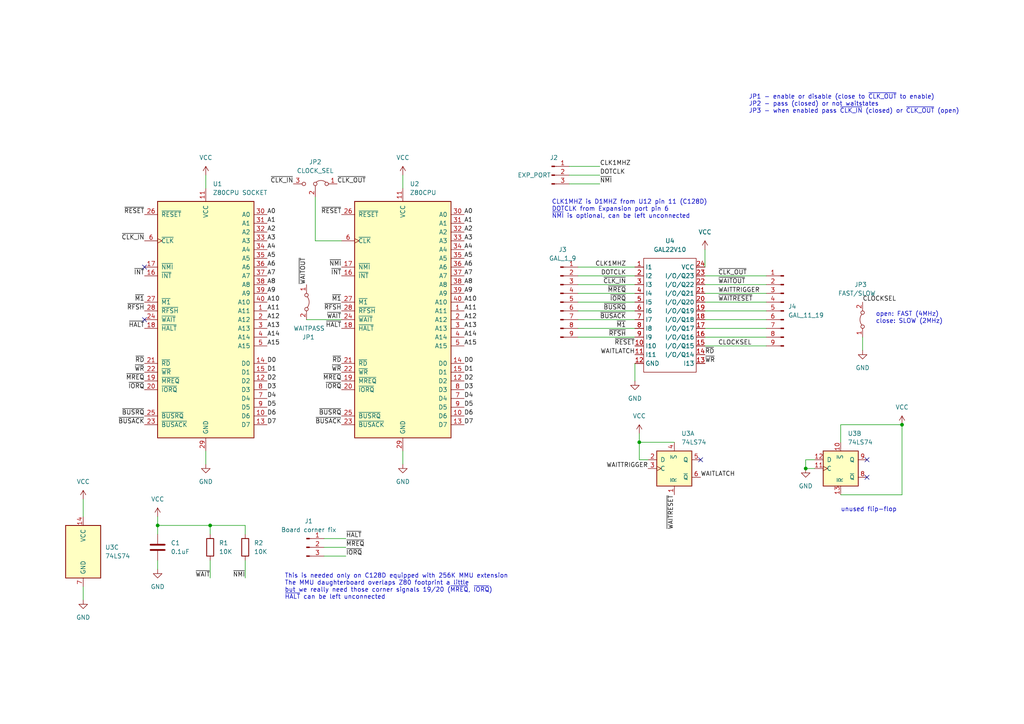
<source format=kicad_sch>
(kicad_sch (version 20211123) (generator eeschema)
  (paper "A4")
  (title_block (title "C128 Z80 at 8MHz") (date "2024-06-01") (rev "2") (company "YTM Enterprises") (comment 1 "Maciej <ytm@elysium.pl> Witkowiak"))
  (lib_symbols
    (symbol "74xx:74LS74" (pin_names (offset 1.016))
      (property "Reference" "U" (at -7.62 8.89 0))
      (property "Value" "74LS74" (at -7.62 -8.89 0))
      (symbol "74LS74_1_0"
        (pin input line (at 0 -7.62 90) (length 2.54) (name "~{R}") (number "1"))
        (pin input line (at -7.62 2.54 0) (length 2.54) (name "D") (number "2"))
        (pin input clock (at -7.62 0 0) (length 2.54) (name "C") (number "3"))
        (pin input line (at 0 7.62 270) (length 2.54) (name "~{S}") (number "4"))
        (pin output line (at 7.62 2.54 180) (length 2.54) (name "Q") (number "5"))
        (pin output line (at 7.62 -2.54 180) (length 2.54) (name "~{Q}") (number "6"))
      )
      (symbol "74LS74_1_1"
        (rectangle (start -5.08 5.08) (end 5.08 -5.08) (stroke (width 0.254)) (fill (type background)))
      )
      (symbol "74LS74_2_0"
        (pin input line (at 0 7.62 270) (length 2.54) (name "~{S}") (number "10"))
        (pin input clock (at -7.62 0 0) (length 2.54) (name "C") (number "11"))
        (pin input line (at -7.62 2.54 0) (length 2.54) (name "D") (number "12"))
        (pin input line (at 0 -7.62 90) (length 2.54) (name "~{R}") (number "13"))
        (pin output line (at 7.62 -2.54 180) (length 2.54) (name "~{Q}") (number "8"))
        (pin output line (at 7.62 2.54 180) (length 2.54) (name "Q") (number "9"))
      )
      (symbol "74LS74_2_1"
        (rectangle (start -5.08 5.08) (end 5.08 -5.08) (stroke (width 0.254)) (fill (type background)))
      )
      (symbol "74LS74_3_0"
        (pin power_in line (at 0 10.16 270) (length 2.54) (name "VCC") (number "14"))
        (pin power_in line (at 0 -10.16 90) (length 2.54) (name "GND") (number "7"))
      )
      (symbol "74LS74_3_1"
        (rectangle (start -5.08 7.62) (end 5.08 -7.62) (stroke (width 0.254)) (fill (type background)))
      )
    )
    (symbol "C128_CHIPS:GAL22V10"
      (property "Reference" "U" (at 0 0 0))
      (property "Value" "GAL22V10" (at 2.54 -35.56 0))
      (symbol "GAL22V10_0_1"
        (rectangle (start -7.62 -1.27) (end 7.62 -34.29))
      )
      (symbol "GAL22V10_1_1"
        (pin input line (at -10.16 -3.81 0) (length 2.54) (name "I1") (number "1"))
        (pin input line (at -10.16 -26.67 0) (length 2.54) (name "I10") (number "10"))
        (pin input line (at -10.16 -29.21 0) (length 2.54) (name "I11") (number "11"))
        (pin power_in line (at -10.16 -31.75 0) (length 2.54) (name "GND") (number "12"))
        (pin input line (at 10.16 -31.75 180) (length 2.54) (name "I13") (number "13"))
        (pin bidirectional line (at 10.16 -29.21 180) (length 2.54) (name "I/O/Q14") (number "14"))
        (pin bidirectional line (at 10.16 -26.67 180) (length 2.54) (name "I/O/Q15") (number "15"))
        (pin bidirectional line (at 10.16 -24.13 180) (length 2.54) (name "I/O/Q16") (number "16"))
        (pin bidirectional line (at 10.16 -21.59 180) (length 2.54) (name "I/O/Q17") (number "17"))
        (pin bidirectional line (at 10.16 -19.05 180) (length 2.54) (name "I/O/Q18") (number "18"))
        (pin bidirectional line (at 10.16 -16.51 180) (length 2.54) (name "I/O/Q19") (number "19"))
        (pin input line (at -10.16 -6.35 0) (length 2.54) (name "I2") (number "2"))
        (pin bidirectional line (at 10.16 -13.97 180) (length 2.54) (name "I/O/Q20") (number "20"))
        (pin bidirectional line (at 10.16 -11.43 180) (length 2.54) (name "I/O/Q21") (number "21"))
        (pin bidirectional line (at 10.16 -8.89 180) (length 2.54) (name "I/O/Q22") (number "22"))
        (pin bidirectional line (at 10.16 -6.35 180) (length 2.54) (name "I/O/Q23") (number "23"))
        (pin power_in line (at 10.16 -3.81 180) (length 2.54) (name "VCC") (number "24"))
        (pin input line (at -10.16 -8.89 0) (length 2.54) (name "I3") (number "3"))
        (pin input line (at -10.16 -11.43 0) (length 2.54) (name "I4") (number "4"))
        (pin input line (at -10.16 -13.97 0) (length 2.54) (name "I5") (number "5"))
        (pin input line (at -10.16 -16.51 0) (length 2.54) (name "I6") (number "6"))
        (pin input line (at -10.16 -19.05 0) (length 2.54) (name "I7") (number "7"))
        (pin input line (at -10.16 -21.59 0) (length 2.54) (name "I8") (number "8"))
        (pin input line (at -10.16 -24.13 0) (length 2.54) (name "I9") (number "9"))
      )
    )
    (symbol "CPU:Z80CPU" (pin_names (offset 1.016))
      (property "Reference" "U" (at -13.97 35.56 0))
      (property "Value" "Z80CPU" (at 6.35 35.56 0))
      (symbol "Z80CPU_0_1"
        (rectangle (start -13.97 34.29) (end 13.97 -34.29) (stroke (width 0.254)) (fill (type background)))
      )
      (symbol "Z80CPU_1_1"
        (pin output line (at 17.78 2.54 180) (length 3.81) (name "A11") (number "1"))
        (pin bidirectional line (at 17.78 -27.94 180) (length 3.81) (name "D6") (number "10"))
        (pin power_in line (at 0 38.1 270) (length 3.81) (name "VCC") (number "11"))
        (pin bidirectional line (at 17.78 -17.78 180) (length 3.81) (name "D2") (number "12"))
        (pin bidirectional line (at 17.78 -30.48 180) (length 3.81) (name "D7") (number "13"))
        (pin bidirectional line (at 17.78 -12.7 180) (length 3.81) (name "D0") (number "14"))
        (pin bidirectional line (at 17.78 -15.24 180) (length 3.81) (name "D1") (number "15"))
        (pin input line (at -17.78 12.7 0) (length 3.81) (name "~{INT}") (number "16"))
        (pin input line (at -17.78 15.24 0) (length 3.81) (name "~{NMI}") (number "17"))
        (pin output line (at -17.78 -2.54 0) (length 3.81) (name "~{HALT}") (number "18"))
        (pin output line (at -17.78 -17.78 0) (length 3.81) (name "~{MREQ}") (number "19"))
        (pin output line (at 17.78 0 180) (length 3.81) (name "A12") (number "2"))
        (pin output line (at -17.78 -20.32 0) (length 3.81) (name "~{IORQ}") (number "20"))
        (pin output line (at -17.78 -12.7 0) (length 3.81) (name "~{RD}") (number "21"))
        (pin output line (at -17.78 -15.24 0) (length 3.81) (name "~{WR}") (number "22"))
        (pin output line (at -17.78 -30.48 0) (length 3.81) (name "~{BUSACK}") (number "23"))
        (pin input line (at -17.78 0 0) (length 3.81) (name "~{WAIT}") (number "24"))
        (pin input line (at -17.78 -27.94 0) (length 3.81) (name "~{BUSRQ}") (number "25"))
        (pin input line (at -17.78 30.48 0) (length 3.81) (name "~{RESET}") (number "26"))
        (pin output line (at -17.78 5.08 0) (length 3.81) (name "~{M1}") (number "27"))
        (pin output line (at -17.78 2.54 0) (length 3.81) (name "~{RFSH}") (number "28"))
        (pin power_in line (at 0 -38.1 90) (length 3.81) (name "GND") (number "29"))
        (pin output line (at 17.78 -2.54 180) (length 3.81) (name "A13") (number "3"))
        (pin output line (at 17.78 30.48 180) (length 3.81) (name "A0") (number "30"))
        (pin output line (at 17.78 27.94 180) (length 3.81) (name "A1") (number "31"))
        (pin output line (at 17.78 25.4 180) (length 3.81) (name "A2") (number "32"))
        (pin output line (at 17.78 22.86 180) (length 3.81) (name "A3") (number "33"))
        (pin output line (at 17.78 20.32 180) (length 3.81) (name "A4") (number "34"))
        (pin output line (at 17.78 17.78 180) (length 3.81) (name "A5") (number "35"))
        (pin output line (at 17.78 15.24 180) (length 3.81) (name "A6") (number "36"))
        (pin output line (at 17.78 12.7 180) (length 3.81) (name "A7") (number "37"))
        (pin output line (at 17.78 10.16 180) (length 3.81) (name "A8") (number "38"))
        (pin output line (at 17.78 7.62 180) (length 3.81) (name "A9") (number "39"))
        (pin output line (at 17.78 -5.08 180) (length 3.81) (name "A14") (number "4"))
        (pin output line (at 17.78 5.08 180) (length 3.81) (name "A10") (number "40"))
        (pin output line (at 17.78 -7.62 180) (length 3.81) (name "A15") (number "5"))
        (pin input clock (at -17.78 22.86 0) (length 3.81) (name "~{CLK}") (number "6"))
        (pin bidirectional line (at 17.78 -22.86 180) (length 3.81) (name "D4") (number "7"))
        (pin bidirectional line (at 17.78 -20.32 180) (length 3.81) (name "D3") (number "8"))
        (pin bidirectional line (at 17.78 -25.4 180) (length 3.81) (name "D5") (number "9"))
      )
    )
    (symbol "Connector:Conn_01x03_Male" (pin_names (offset 1.016) hide)
      (property "Reference" "J" (at 0 5.08 0))
      (property "Value" "Conn_01x03_Male" (at 0 -5.08 0))
      (symbol "Conn_01x03_Male_1_1"
        (polyline (pts (xy 1.27 -2.54) (xy 0.8636 -2.54)) (stroke (width 0.1524)))
        (polyline (pts (xy 1.27 0) (xy 0.8636 0)) (stroke (width 0.1524)))
        (polyline (pts (xy 1.27 2.54) (xy 0.8636 2.54)) (stroke (width 0.1524)))
        (rectangle (start 0.8636 -2.413) (end 0 -2.667) (stroke (width 0.1524)) (fill (type outline)))
        (rectangle (start 0.8636 0.127) (end 0 -0.127) (stroke (width 0.1524)) (fill (type outline)))
        (rectangle (start 0.8636 2.667) (end 0 2.413) (stroke (width 0.1524)) (fill (type outline)))
        (pin passive line (at 5.08 2.54 180) (length 3.81) (name "Pin_1") (number "1"))
        (pin passive line (at 5.08 0 180) (length 3.81) (name "Pin_2") (number "2"))
        (pin passive line (at 5.08 -2.54 180) (length 3.81) (name "Pin_3") (number "3"))
      )
    )
    (symbol "Connector:Conn_01x09_Male" (pin_names (offset 1.016) hide)
      (property "Reference" "J" (at 0 12.7 0))
      (property "Value" "Conn_01x09_Male" (at 0 -12.7 0))
      (symbol "Conn_01x09_Male_1_1"
        (polyline (pts (xy 1.27 -10.16) (xy 0.8636 -10.16)) (stroke (width 0.1524)))
        (polyline (pts (xy 1.27 -7.62) (xy 0.8636 -7.62)) (stroke (width 0.1524)))
        (polyline (pts (xy 1.27 -5.08) (xy 0.8636 -5.08)) (stroke (width 0.1524)))
        (polyline (pts (xy 1.27 -2.54) (xy 0.8636 -2.54)) (stroke (width 0.1524)))
        (polyline (pts (xy 1.27 0) (xy 0.8636 0)) (stroke (width 0.1524)))
        (polyline (pts (xy 1.27 2.54) (xy 0.8636 2.54)) (stroke (width 0.1524)))
        (polyline (pts (xy 1.27 5.08) (xy 0.8636 5.08)) (stroke (width 0.1524)))
        (polyline (pts (xy 1.27 7.62) (xy 0.8636 7.62)) (stroke (width 0.1524)))
        (polyline (pts (xy 1.27 10.16) (xy 0.8636 10.16)) (stroke (width 0.1524)))
        (rectangle (start 0.8636 -10.033) (end 0 -10.287) (stroke (width 0.1524)) (fill (type outline)))
        (rectangle (start 0.8636 -7.493) (end 0 -7.747) (stroke (width 0.1524)) (fill (type outline)))
        (rectangle (start 0.8636 -4.953) (end 0 -5.207) (stroke (width 0.1524)) (fill (type outline)))
        (rectangle (start 0.8636 -2.413) (end 0 -2.667) (stroke (width 0.1524)) (fill (type outline)))
        (rectangle (start 0.8636 0.127) (end 0 -0.127) (stroke (width 0.1524)) (fill (type outline)))
        (rectangle (start 0.8636 2.667) (end 0 2.413) (stroke (width 0.1524)) (fill (type outline)))
        (rectangle (start 0.8636 5.207) (end 0 4.953) (stroke (width 0.1524)) (fill (type outline)))
        (rectangle (start 0.8636 7.747) (end 0 7.493) (stroke (width 0.1524)) (fill (type outline)))
        (rectangle (start 0.8636 10.287) (end 0 10.033) (stroke (width 0.1524)) (fill (type outline)))
        (pin passive line (at 5.08 10.16 180) (length 3.81) (name "Pin_1") (number "1"))
        (pin passive line (at 5.08 7.62 180) (length 3.81) (name "Pin_2") (number "2"))
        (pin passive line (at 5.08 5.08 180) (length 3.81) (name "Pin_3") (number "3"))
        (pin passive line (at 5.08 2.54 180) (length 3.81) (name "Pin_4") (number "4"))
        (pin passive line (at 5.08 0 180) (length 3.81) (name "Pin_5") (number "5"))
        (pin passive line (at 5.08 -2.54 180) (length 3.81) (name "Pin_6") (number "6"))
        (pin passive line (at 5.08 -5.08 180) (length 3.81) (name "Pin_7") (number "7"))
        (pin passive line (at 5.08 -7.62 180) (length 3.81) (name "Pin_8") (number "8"))
        (pin passive line (at 5.08 -10.16 180) (length 3.81) (name "Pin_9") (number "9"))
      )
    )
    (symbol "Device:C" (pin_numbers hide) (pin_names (offset 0.254))
      (property "Reference" "C" (at 0.635 2.54 0))
      (property "Value" "C" (at 0.635 -2.54 0))
      (symbol "C_0_1"
        (polyline (pts (xy -2.032 -0.762) (xy 2.032 -0.762)) (stroke (width 0.508)))
        (polyline (pts (xy -2.032 0.762) (xy 2.032 0.762)) (stroke (width 0.508)))
      )
      (symbol "C_1_1"
        (pin passive line (at 0 3.81 270) (length 2.794) (name "~") (number "1"))
        (pin passive line (at 0 -3.81 90) (length 2.794) (name "~") (number "2"))
      )
    )
    (symbol "Device:R" (pin_numbers hide) (pin_names (offset 0))
      (property "Reference" "R" (at 2.032 0 90))
      (property "Value" "R" (at 0 0 90))
      (symbol "R_0_1"
        (rectangle (start -1.016 -2.54) (end 1.016 2.54) (stroke (width 0.254)))
      )
      (symbol "R_1_1"
        (pin passive line (at 0 3.81 270) (length 1.27) (name "~") (number "1"))
        (pin passive line (at 0 -3.81 90) (length 1.27) (name "~") (number "2"))
      )
    )
    (symbol "Jumper:Jumper_2_Bridged" (pin_names (offset 0) hide)
      (property "Reference" "JP" (at 0 1.905 0))
      (property "Value" "Jumper_2_Bridged" (at 0 -2.54 0))
      (symbol "Jumper_2_Bridged_0_0"
        (circle (center -2.032 0) (radius 0.508))
        (circle (center 2.032 0) (radius 0.508))
      )
      (symbol "Jumper_2_Bridged_0_1"
        (arc (start 1.524 0.254) (mid 0 0.762) (end -1.524 0.254))
      )
      (symbol "Jumper_2_Bridged_1_1"
        (pin passive line (at -5.08 0 0) (length 2.54) (name "A") (number "1"))
        (pin passive line (at 5.08 0 180) (length 2.54) (name "B") (number "2"))
      )
    )
    (symbol "Jumper:Jumper_3_Bridged12" (pin_names (offset 0) hide)
      (property "Reference" "JP" (at -2.54 -2.54 0))
      (property "Value" "Jumper_3_Bridged12" (at 0 2.794 0))
      (symbol "Jumper_3_Bridged12_0_0"
        (circle (center -3.302 0) (radius 0.508))
        (circle (center 0 0) (radius 0.508))
        (circle (center 3.302 0) (radius 0.508))
      )
      (symbol "Jumper_3_Bridged12_0_1"
        (arc (start -0.254 0.508) (mid -1.651 0.9912) (end -3.048 0.508))
        (polyline (pts (xy 0 -1.27) (xy 0 -0.508)))
      )
      (symbol "Jumper_3_Bridged12_1_1"
        (pin passive line (at -6.35 0 0) (length 2.54) (name "A") (number "1"))
        (pin passive line (at 0 -3.81 90) (length 2.54) (name "C") (number "2"))
        (pin passive line (at 6.35 0 180) (length 2.54) (name "B") (number "3"))
      )
    )
    (symbol "power:GND" (power) (pin_names (offset 0))
      (property "Value" "GND" (at 0 -3.81 0))
      (symbol "GND_0_1"
        (polyline (pts (xy 0 0) (xy 0 -1.27) (xy 1.27 -1.27) (xy 0 -2.54) (xy -1.27 -1.27) (xy 0 -1.27)))
      )
      (symbol "GND_1_1"
        (pin power_in line (at 0 0 270) (length 0) hide (name "GND") (number "1"))
      )
    )
    (symbol "power:VCC" (power) (pin_names (offset 0))
      (property "Value" "VCC" (at 0 3.81 0))
      (symbol "VCC_0_1"
        (polyline (pts (xy -0.762 1.27) (xy 0 2.54)))
        (polyline (pts (xy 0 0) (xy 0 2.54)))
        (polyline (pts (xy 0 2.54) (xy 0.762 1.27)))
      )
      (symbol "VCC_1_1"
        (pin power_in line (at 0 0 90) (length 0) hide (name "VCC") (number "1"))
      )
    )
  )
  (junction (at 45.72 152.4))
  (junction (at 233.68 135.89))
  (junction (at 185.42 128.27))
  (junction (at 261.62 123.19))
  (junction (at 60.96 152.4))
  (no_connect (at 251.46 133.35))
  (no_connect (at 203.2 133.35))
  (no_connect (at 41.91 92.71))
  (no_connect (at 251.46 138.43))
  (no_connect (at 41.91 77.47))
  (wire (pts (xy 185.42 128.27) (xy 185.42 133.35)))
  (wire (pts (xy 71.12 152.4) (xy 71.12 154.94)))
  (wire (pts (xy 204.47 72.39) (xy 204.47 77.47)))
  (wire (pts (xy 24.13 170.18) (xy 24.13 173.99)))
  (wire (pts (xy 165.1 48.26) (xy 173.99 48.26)))
  (wire (pts (xy 88.9 92.71) (xy 99.06 92.71)))
  (wire (pts (xy 243.84 128.27) (xy 243.84 123.19)))
  (wire (pts (xy 185.42 125.73) (xy 185.42 128.27)))
  (wire (pts (xy 45.72 152.4) (xy 45.72 154.94)))
  (wire (pts (xy 167.64 82.55) (xy 184.15 82.55)))
  (wire (pts (xy 204.47 95.25) (xy 222.25 95.25)))
  (wire (pts (xy 243.84 143.51) (xy 261.62 143.51)))
  (wire (pts (xy 116.84 50.8) (xy 116.84 54.61)))
  (wire (pts (xy 167.64 85.09) (xy 184.15 85.09)))
  (wire (pts (xy 91.44 57.15) (xy 91.44 69.85)))
  (wire (pts (xy 116.84 130.81) (xy 116.84 134.62)))
  (wire (pts (xy 24.13 144.78) (xy 24.13 149.86)))
  (wire (pts (xy 167.64 90.17) (xy 184.15 90.17)))
  (wire (pts (xy 184.15 105.41) (xy 184.15 110.49)))
  (wire (pts (xy 204.47 85.09) (xy 222.25 85.09)))
  (wire (pts (xy 236.22 133.35) (xy 233.68 133.35)))
  (wire (pts (xy 71.12 162.56) (xy 71.12 167.64)))
  (wire (pts (xy 261.62 143.51) (xy 261.62 123.19)))
  (wire (pts (xy 93.98 161.29) (xy 100.33 161.29)))
  (wire (pts (xy 59.69 130.81) (xy 59.69 134.62)))
  (wire (pts (xy 167.64 77.47) (xy 184.15 77.47)))
  (wire (pts (xy 250.19 97.79) (xy 250.19 101.6)))
  (wire (pts (xy 59.69 50.8) (xy 59.69 54.61)))
  (wire (pts (xy 204.47 90.17) (xy 222.25 90.17)))
  (wire (pts (xy 167.64 92.71) (xy 184.15 92.71)))
  (wire (pts (xy 167.64 95.25) (xy 184.15 95.25)))
  (wire (pts (xy 204.47 87.63) (xy 222.25 87.63)))
  (wire (pts (xy 45.72 162.56) (xy 45.72 165.1)))
  (wire (pts (xy 185.42 128.27) (xy 195.58 128.27)))
  (wire (pts (xy 167.64 97.79) (xy 184.15 97.79)))
  (wire (pts (xy 167.64 87.63) (xy 184.15 87.63)))
  (wire (pts (xy 204.47 82.55) (xy 222.25 82.55)))
  (wire (pts (xy 165.1 53.34) (xy 173.99 53.34)))
  (wire (pts (xy 93.98 156.21) (xy 100.33 156.21)))
  (wire (pts (xy 204.47 80.01) (xy 222.25 80.01)))
  (wire (pts (xy 60.96 152.4) (xy 60.96 154.94)))
  (wire (pts (xy 91.44 69.85) (xy 99.06 69.85)))
  (wire (pts (xy 60.96 162.56) (xy 60.96 167.64)))
  (wire (pts (xy 233.68 135.89) (xy 236.22 135.89)))
  (wire (pts (xy 204.47 100.33) (xy 222.25 100.33)))
  (wire (pts (xy 167.64 80.01) (xy 184.15 80.01)))
  (wire (pts (xy 45.72 149.86) (xy 45.72 152.4)))
  (wire (pts (xy 185.42 133.35) (xy 187.96 133.35)))
  (wire (pts (xy 243.84 123.19) (xy 261.62 123.19)))
  (wire (pts (xy 93.98 158.75) (xy 100.33 158.75)))
  (wire (pts (xy 204.47 97.79) (xy 222.25 97.79)))
  (wire (pts (xy 204.47 92.71) (xy 222.25 92.71)))
  (wire (pts (xy 45.72 152.4) (xy 60.96 152.4)))
  (wire (pts (xy 165.1 50.8) (xy 173.99 50.8)))
  (wire (pts (xy 233.68 133.35) (xy 233.68 135.89)))
  (wire (pts (xy 60.96 152.4) (xy 71.12 152.4)))
  (text "CLK1MHZ is D1MHZ from U12 pin 11 (C128D)\nDOTCLK from Expansion port pin 6\n~{NMI} is optional, can be left unconnected " (at 160.02 63.5 0) (effects (font (size 1.27 1.27)) (justify left bottom)))
  (text "This is needed only on C128D equipped with 256K MMU extension\nThe MMU daughterboard overlaps Z80 footprint a little\nbut we really need those corner signals 19/20 (~{MREQ}, ~{IORQ})\n~{HALT} can be left unconnected" (at 82.55 173.99 0) (effects (font (size 1.27 1.27)) (justify left bottom)))
  (text "JP1 - enable or disable (close to ~{CLK_OUT} to enable)\nJP2 - pass (closed) or not waitstates\nJP3 - when enabled pass ~{CLK_IN} (closed) or ~{CLK_OUT} (open)\n" (at 217.17 33.02 0) (effects (font (size 1.27 1.27)) (justify left bottom)))
  (text "open: FAST (4MHz)\nclose: SLOW (2MHz)" (at 254 93.98 0) (effects (font (size 1.27 1.27)) (justify left bottom)))
  (text "unused flip-flop" (at 243.84 148.59 0) (effects (font (size 1.27 1.27)) (justify left bottom)))
  (label "D6" (at 77.47 120.65 0))
  (label "A12" (at 134.62 92.71 0))
  (label "A6" (at 134.62 77.47 0))
  (label "D5" (at 77.47 118.11 0))
  (label "~{WAITRESET}" (at 195.58 143.51 270))
  (label "CLOCKSEL" (at 250.19 87.63 0))
  (label "~{IORQ}" (at 100.33 161.29 0))
  (label "~{RD}" (at 41.91 105.41 180))
  (label "WAITLATCH" (at 203.2 138.43 0))
  (label "D1" (at 134.62 107.95 0))
  (label "DOTCLK" (at 173.99 50.8 0))
  (label "A8" (at 77.47 82.55 0))
  (label "A14" (at 134.62 97.79 0))
  (label "D4" (at 77.47 115.57 0))
  (label "A1" (at 134.62 64.77 0))
  (label "D7" (at 134.62 123.19 0))
  (label "A0" (at 77.47 62.23 0))
  (label "DOTCLK" (at 181.61 80.01 180))
  (label "~{WAITOUT}" (at 88.9 82.55 90))
  (label "D0" (at 134.62 105.41 0))
  (label "~{CLK_IN}" (at 85.09 53.34 180))
  (label "A11" (at 134.62 90.17 0))
  (label "~{M1}" (at 99.06 87.63 180))
  (label "~{HALT}" (at 41.91 95.25 180))
  (label "A2" (at 134.62 67.31 0))
  (label "A15" (at 77.47 100.33 0))
  (label "A6" (at 77.47 77.47 0))
  (label "~{NMI}" (at 173.99 53.34 0))
  (label "CLK1MHZ" (at 181.61 77.47 180))
  (label "A7" (at 77.47 80.01 0))
  (label "~{WAIT}" (at 99.06 92.71 180))
  (label "~{HALT}" (at 100.33 156.21 0))
  (label "~{WAITRESET}" (at 208.28 87.63 0))
  (label "~{MREQ}" (at 181.61 85.09 180))
  (label "D1" (at 77.47 107.95 0))
  (label "A1" (at 77.47 64.77 0))
  (label "~{WAITOUT}" (at 208.28 82.55 0))
  (label "A4" (at 134.62 72.39 0))
  (label "D3" (at 134.62 113.03 0))
  (label "A9" (at 134.62 85.09 0))
  (label "~{HALT}" (at 99.06 95.25 180))
  (label "~{IORQ}" (at 181.61 87.63 180))
  (label "~{RD}" (at 204.47 102.87 0))
  (label "~{IORQ}" (at 99.06 113.03 180))
  (label "~{WR}" (at 99.06 107.95 180))
  (label "D3" (at 77.47 113.03 0))
  (label "~{RESET}" (at 99.06 62.23 180))
  (label "~{CLK_OUT}" (at 208.28 80.01 0))
  (label "~{RFSH}" (at 99.06 90.17 180))
  (label "A3" (at 77.47 69.85 0))
  (label "A4" (at 77.47 72.39 0))
  (label "~{BUSACK}" (at 181.61 92.71 180))
  (label "~{M1}" (at 41.91 87.63 180))
  (label "~{M1}" (at 181.61 95.25 180))
  (label "D5" (at 134.62 118.11 0))
  (label "D2" (at 77.47 110.49 0))
  (label "~{CLK_IN}" (at 181.61 82.55 180))
  (label "A8" (at 134.62 82.55 0))
  (label "~{WR}" (at 41.91 107.95 180))
  (label "D7" (at 77.47 123.19 0))
  (label "A12" (at 77.47 92.71 0))
  (label "D0" (at 77.47 105.41 0))
  (label "A2" (at 77.47 67.31 0))
  (label "WAITLATCH" (at 184.15 102.87 180))
  (label "~{IORQ}" (at 41.91 113.03 180))
  (label "A15" (at 134.62 100.33 0))
  (label "CLOCKSEL" (at 208.28 100.33 0))
  (label "~{INT}" (at 41.91 80.01 180))
  (label "WAITTRIGGER" (at 187.96 135.89 180))
  (label "~{RFSH}" (at 181.61 97.79 180))
  (label "~{MREQ}" (at 41.91 110.49 180))
  (label "~{INT}" (at 99.06 80.01 180))
  (label "~{CLK_OUT}" (at 97.79 53.34 0))
  (label "~{BUSRQ}" (at 181.61 90.17 180))
  (label "~{MREQ}" (at 99.06 110.49 180))
  (label "~{NMI}" (at 71.12 167.64 180))
  (label "A13" (at 77.47 95.25 0))
  (label "A9" (at 77.47 85.09 0))
  (label "A5" (at 77.47 74.93 0))
  (label "A0" (at 134.62 62.23 0))
  (label "A13" (at 134.62 95.25 0))
  (label "~{RESET}" (at 184.15 100.33 180))
  (label "CLK1MHZ" (at 173.99 48.26 0))
  (label "~{RFSH}" (at 41.91 90.17 180))
  (label "~{WR}" (at 204.47 105.41 0))
  (label "~{MREQ}" (at 100.33 158.75 0))
  (label "D4" (at 134.62 115.57 0))
  (label "~{RESET}" (at 41.91 62.23 180))
  (label "D6" (at 134.62 120.65 0))
  (label "A10" (at 134.62 87.63 0))
  (label "~{NMI}" (at 99.06 77.47 180))
  (label "A7" (at 134.62 80.01 0))
  (label "~{BUSRQ}" (at 41.91 120.65 180))
  (label "D2" (at 134.62 110.49 0))
  (label "~{WAIT}" (at 60.96 167.64 180))
  (label "A10" (at 77.47 87.63 0))
  (label "WAITTRIGGER" (at 208.28 85.09 0))
  (label "A11" (at 77.47 90.17 0))
  (label "A14" (at 77.47 97.79 0))
  (label "~{BUSACK}" (at 99.06 123.19 180))
  (label "~{CLK_IN}" (at 41.91 69.85 180))
  (label "~{RD}" (at 99.06 105.41 180))
  (label "~{BUSACK}" (at 41.91 123.19 180))
  (label "~{BUSRQ}" (at 99.06 120.65 180))
  (label "A5" (at 134.62 74.93 0))
  (label "A3" (at 134.62 69.85 0))
  (symbol (lib_id "Connector:Conn_01x03_Male") (at 88.9 158.75 0) (unit 1)
    (property "Reference" "J1" (at 89.535 151.13 0))
    (property "Value" "Board corner fix" (at 89.535 153.67 0))
    (property "Footprint" "Connector_PinHeader_2.54mm:PinHeader_1x03_P2.54mm_Vertical" (effects hide))
  )
  (symbol (lib_id "power:GND") (at 233.68 135.89 0) (unit 1)
    (property "Reference" "#PWR012" (effects hide))
    (property "Value" "GND" (at 233.68 140.97 0))
  )
  (symbol (lib_id "Device:C") (at 45.72 158.75 0) (unit 1)
    (property "Reference" "C1" (at 49.53 157.4799 0) (effects (justify left)))
    (property "Value" "0.1uF" (at 49.53 160.0199 0) (effects (justify left)))
    (property "Footprint" "Capacitor_THT:C_Disc_D8.0mm_W2.5mm_P5.00mm" (effects hide))
  )
  (symbol (lib_id "74xx:74LS74") (at 195.58 135.89 0) (unit 1)
    (property "Reference" "U3" (at 197.5994 125.73 0) (effects (justify left)))
    (property "Value" "74LS74" (at 197.5994 128.27 0) (effects (justify left)))
    (property "Datasheet" "74xx/74hc_hct74.pdf" (effects hide))
  )
  (symbol (lib_id "power:GND") (at 116.84 134.62 0) (unit 1)
    (property "Reference" "#PWR04" (effects hide))
    (property "Value" "GND" (at 116.84 139.7 0))
  )
  (symbol (lib_id "Jumper:Jumper_2_Bridged") (at 88.9 87.63 270) (unit 1)
    (property "Reference" "JP1" (at 87.63 97.79 90) (effects (justify left)))
    (property "Value" "WAITPASS" (at 85.09 95.25 90) (effects (justify left)))
    (property "Footprint" "Connector_PinHeader_2.54mm:PinHeader_1x02_P2.54mm_Vertical" (effects hide))
  )
  (symbol (lib_id "CPU:Z80CPU") (at 59.69 92.71 0) (unit 1)
    (property "Reference" "U1" (at 61.7094 53.34 0) (effects (justify left)))
    (property "Value" "Z80CPU SOCKET" (at 61.7094 55.88 0) (effects (justify left)))
    (property "Footprint" "Package_DIP:DIP-40_W15.24mm_Socket_LongPads" (effects hide))
    (property "Datasheet" "www.zilog.com/manage_directlink.php?filepath=docs/z80/um0080" (effects hide))
  )
  (symbol (lib_id "C128_CHIPS:GAL22V10") (at 194.31 73.66 0) (unit 1)
    (property "Reference" "U4" (at 194.31 69.85 0))
    (property "Value" "GAL22V10" (at 194.31 72.39 0))
  )
  (symbol (lib_id "Device:R") (at 71.12 158.75 0) (unit 1)
    (property "Reference" "R2" (at 73.66 157.4799 0) (effects (justify left)))
    (property "Value" "10K" (at 73.66 160.0199 0) (effects (justify left)))
    (property "Footprint" "Resistor_THT:R_Axial_DIN0207_L6.3mm_D2.5mm_P10.16mm_Horizontal" (effects hide))
  )
  (symbol (lib_id "power:VCC") (at 45.72 149.86 0) (unit 1)
    (property "Reference" "#PWR07" (effects hide))
    (property "Value" "VCC" (at 45.72 144.78 0))
  )
  (symbol (lib_id "power:GND") (at 45.72 165.1 0) (unit 1)
    (property "Reference" "#PWR08" (effects hide))
    (property "Value" "GND" (at 45.72 170.18 0))
  )
  (symbol (lib_id "power:VCC") (at 185.42 125.73 0) (unit 1)
    (property "Reference" "#PWR010" (effects hide))
    (property "Value" "VCC" (at 185.42 120.65 0))
  )
  (symbol (lib_id "power:VCC") (at 204.47 72.39 0) (unit 1)
    (property "Reference" "#PWR011" (effects hide))
    (property "Value" "VCC" (at 204.47 67.31 0))
  )
  (symbol (lib_id "Connector:Conn_01x09_Male") (at 162.56 87.63 0) (unit 1)
    (property "Reference" "J3" (at 163.195 72.39 0))
    (property "Value" "GAL_1_9" (at 163.195 74.93 0))
    (property "Footprint" "Connector_PinHeader_2.54mm:PinHeader_1x09_P2.54mm_Vertical" (effects hide))
  )
  (symbol (lib_id "power:GND") (at 184.15 110.49 0) (unit 1)
    (property "Reference" "#PWR09" (effects hide))
    (property "Value" "GND" (at 184.15 115.57 0))
  )
  (symbol (lib_id "power:GND") (at 250.19 101.6 0) (unit 1)
    (property "Reference" "#PWR014" (effects hide))
    (property "Value" "GND" (at 250.19 106.68 0))
  )
  (symbol (lib_id "Connector:Conn_01x09_Male") (at 227.33 90.17 0) (mirror y) (unit 1)
    (property "Reference" "J4" (at 228.6 88.8999 0) (effects (justify right)))
    (property "Value" "GAL_11_19" (at 228.6 91.4399 0) (effects (justify right)))
    (property "Footprint" "Connector_PinHeader_2.54mm:PinHeader_1x09_P2.54mm_Vertical" (effects hide))
  )
  (symbol (lib_id "power:GND") (at 24.13 173.99 0) (unit 1)
    (property "Reference" "#PWR06" (effects hide))
    (property "Value" "GND" (at 24.13 179.07 0))
  )
  (symbol (lib_id "74xx:74LS74") (at 243.84 135.89 0) (unit 2)
    (property "Reference" "U3" (at 245.8594 125.73 0) (effects (justify left)))
    (property "Value" "74LS74" (at 245.8594 128.27 0) (effects (justify left)))
    (property "Datasheet" "74xx/74hc_hct74.pdf" (effects hide))
  )
  (symbol (lib_id "Device:R") (at 60.96 158.75 0) (unit 1)
    (property "Reference" "R1" (at 63.5 157.4799 0) (effects (justify left)))
    (property "Value" "10K" (at 63.5 160.0199 0) (effects (justify left)))
    (property "Footprint" "Resistor_THT:R_Axial_DIN0207_L6.3mm_D2.5mm_P10.16mm_Horizontal" (effects hide))
  )
  (symbol (lib_id "CPU:Z80CPU") (at 116.84 92.71 0) (unit 1)
    (property "Reference" "U2" (at 118.8594 53.34 0) (effects (justify left)))
    (property "Value" "Z80CPU" (at 118.8594 55.88 0) (effects (justify left)))
    (property "Footprint" "Package_DIP:DIP-40_W15.24mm_Socket_LongPads" (effects hide))
    (property "Datasheet" "www.zilog.com/manage_directlink.php?filepath=docs/z80/um0080" (effects hide))
  )
  (symbol (lib_id "power:VCC") (at 261.62 123.19 0) (unit 1)
    (property "Reference" "#PWR013" (effects hide))
    (property "Value" "VCC" (at 261.62 118.11 0))
  )
  (symbol (lib_id "power:VCC") (at 59.69 50.8 0) (unit 1)
    (property "Reference" "#PWR01" (effects hide))
    (property "Value" "VCC" (at 59.69 45.72 0))
  )
  (symbol (lib_id "power:VCC") (at 24.13 144.78 0) (unit 1)
    (property "Reference" "#PWR05" (effects hide))
    (property "Value" "VCC" (at 24.13 139.7 0))
  )
  (symbol (lib_id "power:VCC") (at 116.84 50.8 0) (unit 1)
    (property "Reference" "#PWR03" (effects hide))
    (property "Value" "VCC" (at 116.84 45.72 0))
  )
  (symbol (lib_id "Jumper:Jumper_2_Bridged") (at 250.19 92.71 90) (unit 1)
    (property "Reference" "JP3" (at 251.46 82.55 90) (effects (justify left)))
    (property "Value" "FAST/SLOW" (at 254 85.09 90) (effects (justify left)))
    (property "Footprint" "Connector_PinHeader_2.54mm:PinHeader_1x02_P2.54mm_Vertical" (effects hide))
  )
  (symbol (lib_id "Jumper:Jumper_3_Bridged12") (at 91.44 53.34 0) (mirror y) (unit 1)
    (property "Reference" "JP2" (at 91.44 46.99 0))
    (property "Value" "CLOCK_SEL" (at 91.44 49.53 0))
    (property "Footprint" "Connector_PinHeader_2.54mm:PinHeader_1x03_P2.54mm_Vertical" (effects hide))
  )
  (symbol (lib_id "power:GND") (at 59.69 134.62 0) (unit 1)
    (property "Reference" "#PWR02" (effects hide))
    (property "Value" "GND" (at 59.69 139.7 0))
  )
  (symbol (lib_id "Connector:Conn_01x03_Male") (at 160.02 50.8 0) (unit 1)
    (property "Reference" "J2" (at 160.655 45.72 0))
    (property "Value" "EXP_PORT" (at 154.94 50.8 0))
    (property "Footprint" "Connector_PinHeader_2.54mm:PinHeader_1x03_P2.54mm_Vertical" (effects hide))
  )
  (symbol (lib_id "74xx:74LS74") (at 24.13 160.02 0) (unit 3)
    (property "Reference" "U3" (at 30.48 158.7499 0) (effects (justify left)))
    (property "Value" "74LS74" (at 30.48 161.2899 0) (effects (justify left)))
    (property "Datasheet" "74xx/74hc_hct74.pdf" (effects hide))
  )
)
</source>
